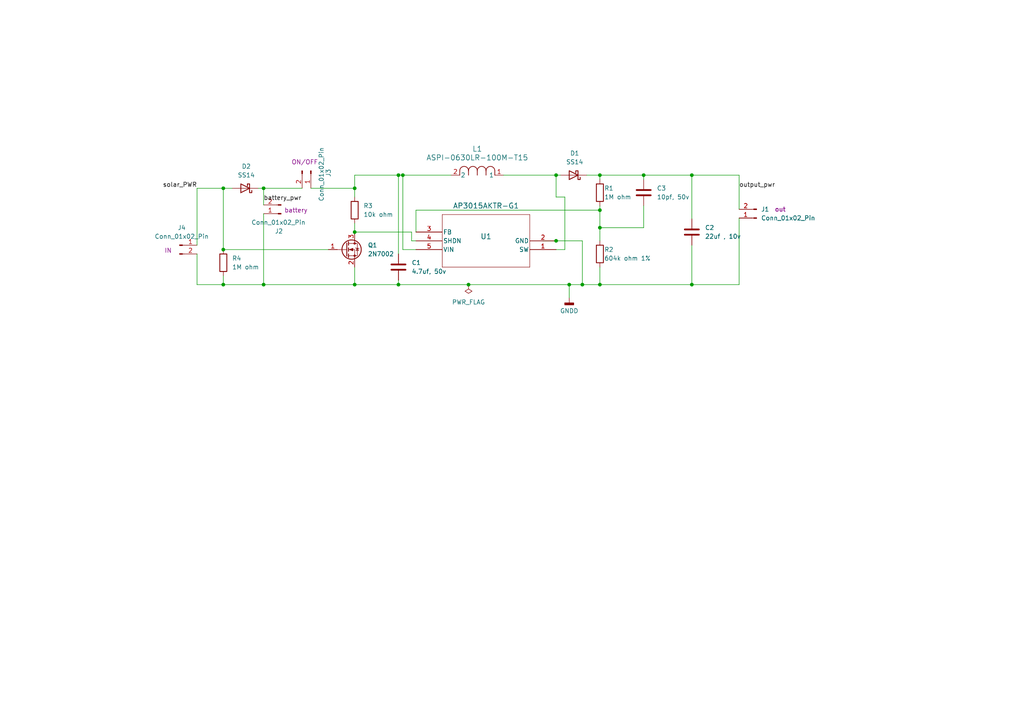
<source format=kicad_sch>
(kicad_sch
	(version 20250114)
	(generator "eeschema")
	(generator_version "9.0")
	(uuid "08d35ab2-7f41-4d88-9102-1fd36e31dc3c")
	(paper "A4")
	(title_block
		(title "abhishek pokhriyal")
		(date "2025-07-22")
		(rev "1")
		(company "solar power supply")
	)
	(lib_symbols
		(symbol "AP3015aktr -g1:AP3015AKTR-G1"
			(pin_names
				(offset 0.254)
			)
			(exclude_from_sim no)
			(in_bom yes)
			(on_board yes)
			(property "Reference" "U1"
				(at 20.32 -3.81 0)
				(effects
					(font
						(size 1.524 1.524)
					)
				)
			)
			(property "Value" "AP3015AKTR-G1"
				(at 20.32 -12.7 0)
				(effects
					(font
						(size 1.524 1.524)
					)
				)
			)
			(property "Footprint" "AP3015aktr -g1:SOT23-5_1P55X2P9_DIO"
				(at 0 0 0)
				(effects
					(font
						(size 1.27 1.27)
						(italic yes)
					)
					(hide yes)
				)
			)
			(property "Datasheet" "AP3015AKTR-G1"
				(at 0 0 0)
				(effects
					(font
						(size 1.27 1.27)
						(italic yes)
					)
					(hide yes)
				)
			)
			(property "Description" ""
				(at 0 0 0)
				(effects
					(font
						(size 1.27 1.27)
					)
					(hide yes)
				)
			)
			(property "ki_locked" ""
				(at 0 0 0)
				(effects
					(font
						(size 1.27 1.27)
					)
				)
			)
			(property "ki_keywords" "AP3015AKTR-G1"
				(at 0 0 0)
				(effects
					(font
						(size 1.27 1.27)
					)
					(hide yes)
				)
			)
			(property "ki_fp_filters" "SOT23-5_1P55X2P9_DIO SOT23-5_1P55X2P9_DIO-M SOT23-5_1P55X2P9_DIO-L"
				(at 0 0 0)
				(effects
					(font
						(size 1.27 1.27)
					)
					(hide yes)
				)
			)
			(symbol "AP3015AKTR-G1_0_1"
				(polyline
					(pts
						(xy 7.62 5.08) (xy 7.62 -10.16)
					)
					(stroke
						(width 0.127)
						(type default)
					)
					(fill
						(type none)
					)
				)
				(polyline
					(pts
						(xy 7.62 -10.16) (xy 33.02 -10.16)
					)
					(stroke
						(width 0.127)
						(type default)
					)
					(fill
						(type none)
					)
				)
				(polyline
					(pts
						(xy 33.02 5.08) (xy 7.62 5.08)
					)
					(stroke
						(width 0.127)
						(type default)
					)
					(fill
						(type none)
					)
				)
				(polyline
					(pts
						(xy 33.02 -10.16) (xy 33.02 5.08)
					)
					(stroke
						(width 0.127)
						(type default)
					)
					(fill
						(type none)
					)
				)
			)
			(symbol "AP3015AKTR-G1_1_1"
				(pin unspecified line
					(at 0 0 0)
					(length 7.62)
					(name "SW"
						(effects
							(font
								(size 1.27 1.27)
							)
						)
					)
					(number "1"
						(effects
							(font
								(size 1.27 1.27)
							)
						)
					)
				)
				(pin unspecified line
					(at 0 -2.54 0)
					(length 7.62)
					(name "GND"
						(effects
							(font
								(size 1.27 1.27)
							)
						)
					)
					(number "2"
						(effects
							(font
								(size 1.27 1.27)
							)
						)
					)
				)
				(pin input line
					(at 40.64 0 180)
					(length 7.62)
					(name "VIN"
						(effects
							(font
								(size 1.27 1.27)
							)
						)
					)
					(number "5"
						(effects
							(font
								(size 1.27 1.27)
							)
						)
					)
				)
				(pin unspecified line
					(at 40.64 -2.54 180)
					(length 7.62)
					(name "SHDN"
						(effects
							(font
								(size 1.27 1.27)
							)
						)
					)
					(number "4"
						(effects
							(font
								(size 1.27 1.27)
							)
						)
					)
				)
				(pin power_out line
					(at 40.64 -5.08 180)
					(length 7.62)
					(name "FB"
						(effects
							(font
								(size 1.27 1.27)
							)
						)
					)
					(number "3"
						(effects
							(font
								(size 1.27 1.27)
							)
						)
					)
				)
			)
			(embedded_fonts no)
		)
		(symbol "Connector:Conn_01x02_Pin"
			(pin_names
				(offset 1.016)
				(hide yes)
			)
			(exclude_from_sim no)
			(in_bom yes)
			(on_board yes)
			(property "Reference" "J"
				(at 0 2.54 0)
				(effects
					(font
						(size 1.27 1.27)
					)
				)
			)
			(property "Value" "Conn_01x02_Pin"
				(at 0 -5.08 0)
				(effects
					(font
						(size 1.27 1.27)
					)
				)
			)
			(property "Footprint" ""
				(at 0 0 0)
				(effects
					(font
						(size 1.27 1.27)
					)
					(hide yes)
				)
			)
			(property "Datasheet" "~"
				(at 0 0 0)
				(effects
					(font
						(size 1.27 1.27)
					)
					(hide yes)
				)
			)
			(property "Description" "Generic connector, single row, 01x02, script generated"
				(at 0 0 0)
				(effects
					(font
						(size 1.27 1.27)
					)
					(hide yes)
				)
			)
			(property "ki_locked" ""
				(at 0 0 0)
				(effects
					(font
						(size 1.27 1.27)
					)
				)
			)
			(property "ki_keywords" "connector"
				(at 0 0 0)
				(effects
					(font
						(size 1.27 1.27)
					)
					(hide yes)
				)
			)
			(property "ki_fp_filters" "Connector*:*_1x??_*"
				(at 0 0 0)
				(effects
					(font
						(size 1.27 1.27)
					)
					(hide yes)
				)
			)
			(symbol "Conn_01x02_Pin_1_1"
				(rectangle
					(start 0.8636 0.127)
					(end 0 -0.127)
					(stroke
						(width 0.1524)
						(type default)
					)
					(fill
						(type outline)
					)
				)
				(rectangle
					(start 0.8636 -2.413)
					(end 0 -2.667)
					(stroke
						(width 0.1524)
						(type default)
					)
					(fill
						(type outline)
					)
				)
				(polyline
					(pts
						(xy 1.27 0) (xy 0.8636 0)
					)
					(stroke
						(width 0.1524)
						(type default)
					)
					(fill
						(type none)
					)
				)
				(polyline
					(pts
						(xy 1.27 -2.54) (xy 0.8636 -2.54)
					)
					(stroke
						(width 0.1524)
						(type default)
					)
					(fill
						(type none)
					)
				)
				(pin passive line
					(at 5.08 0 180)
					(length 3.81)
					(name "Pin_1"
						(effects
							(font
								(size 1.27 1.27)
							)
						)
					)
					(number "1"
						(effects
							(font
								(size 1.27 1.27)
							)
						)
					)
				)
				(pin passive line
					(at 5.08 -2.54 180)
					(length 3.81)
					(name "Pin_2"
						(effects
							(font
								(size 1.27 1.27)
							)
						)
					)
					(number "2"
						(effects
							(font
								(size 1.27 1.27)
							)
						)
					)
				)
			)
			(embedded_fonts no)
		)
		(symbol "Device:C"
			(pin_numbers
				(hide yes)
			)
			(pin_names
				(offset 0.254)
			)
			(exclude_from_sim no)
			(in_bom yes)
			(on_board yes)
			(property "Reference" "C"
				(at 0.635 2.54 0)
				(effects
					(font
						(size 1.27 1.27)
					)
					(justify left)
				)
			)
			(property "Value" "C"
				(at 0.635 -2.54 0)
				(effects
					(font
						(size 1.27 1.27)
					)
					(justify left)
				)
			)
			(property "Footprint" ""
				(at 0.9652 -3.81 0)
				(effects
					(font
						(size 1.27 1.27)
					)
					(hide yes)
				)
			)
			(property "Datasheet" "~"
				(at 0 0 0)
				(effects
					(font
						(size 1.27 1.27)
					)
					(hide yes)
				)
			)
			(property "Description" "Unpolarized capacitor"
				(at 0 0 0)
				(effects
					(font
						(size 1.27 1.27)
					)
					(hide yes)
				)
			)
			(property "ki_keywords" "cap capacitor"
				(at 0 0 0)
				(effects
					(font
						(size 1.27 1.27)
					)
					(hide yes)
				)
			)
			(property "ki_fp_filters" "C_*"
				(at 0 0 0)
				(effects
					(font
						(size 1.27 1.27)
					)
					(hide yes)
				)
			)
			(symbol "C_0_1"
				(polyline
					(pts
						(xy -2.032 0.762) (xy 2.032 0.762)
					)
					(stroke
						(width 0.508)
						(type default)
					)
					(fill
						(type none)
					)
				)
				(polyline
					(pts
						(xy -2.032 -0.762) (xy 2.032 -0.762)
					)
					(stroke
						(width 0.508)
						(type default)
					)
					(fill
						(type none)
					)
				)
			)
			(symbol "C_1_1"
				(pin passive line
					(at 0 3.81 270)
					(length 2.794)
					(name "~"
						(effects
							(font
								(size 1.27 1.27)
							)
						)
					)
					(number "1"
						(effects
							(font
								(size 1.27 1.27)
							)
						)
					)
				)
				(pin passive line
					(at 0 -3.81 90)
					(length 2.794)
					(name "~"
						(effects
							(font
								(size 1.27 1.27)
							)
						)
					)
					(number "2"
						(effects
							(font
								(size 1.27 1.27)
							)
						)
					)
				)
			)
			(embedded_fonts no)
		)
		(symbol "Device:R"
			(pin_numbers
				(hide yes)
			)
			(pin_names
				(offset 0)
			)
			(exclude_from_sim no)
			(in_bom yes)
			(on_board yes)
			(property "Reference" "R"
				(at 2.032 0 90)
				(effects
					(font
						(size 1.27 1.27)
					)
				)
			)
			(property "Value" "R"
				(at 0 0 90)
				(effects
					(font
						(size 1.27 1.27)
					)
				)
			)
			(property "Footprint" ""
				(at -1.778 0 90)
				(effects
					(font
						(size 1.27 1.27)
					)
					(hide yes)
				)
			)
			(property "Datasheet" "~"
				(at 0 0 0)
				(effects
					(font
						(size 1.27 1.27)
					)
					(hide yes)
				)
			)
			(property "Description" "Resistor"
				(at 0 0 0)
				(effects
					(font
						(size 1.27 1.27)
					)
					(hide yes)
				)
			)
			(property "ki_keywords" "R res resistor"
				(at 0 0 0)
				(effects
					(font
						(size 1.27 1.27)
					)
					(hide yes)
				)
			)
			(property "ki_fp_filters" "R_*"
				(at 0 0 0)
				(effects
					(font
						(size 1.27 1.27)
					)
					(hide yes)
				)
			)
			(symbol "R_0_1"
				(rectangle
					(start -1.016 -2.54)
					(end 1.016 2.54)
					(stroke
						(width 0.254)
						(type default)
					)
					(fill
						(type none)
					)
				)
			)
			(symbol "R_1_1"
				(pin passive line
					(at 0 3.81 270)
					(length 1.27)
					(name "~"
						(effects
							(font
								(size 1.27 1.27)
							)
						)
					)
					(number "1"
						(effects
							(font
								(size 1.27 1.27)
							)
						)
					)
				)
				(pin passive line
					(at 0 -3.81 90)
					(length 1.27)
					(name "~"
						(effects
							(font
								(size 1.27 1.27)
							)
						)
					)
					(number "2"
						(effects
							(font
								(size 1.27 1.27)
							)
						)
					)
				)
			)
			(embedded_fonts no)
		)
		(symbol "Diode:SS14"
			(pin_numbers
				(hide yes)
			)
			(pin_names
				(offset 1.016)
				(hide yes)
			)
			(exclude_from_sim no)
			(in_bom yes)
			(on_board yes)
			(property "Reference" "D"
				(at 0 2.54 0)
				(effects
					(font
						(size 1.27 1.27)
					)
				)
			)
			(property "Value" "SS14"
				(at 0 -2.54 0)
				(effects
					(font
						(size 1.27 1.27)
					)
				)
			)
			(property "Footprint" "Diode_SMD:D_SMA"
				(at 0 -4.445 0)
				(effects
					(font
						(size 1.27 1.27)
					)
					(hide yes)
				)
			)
			(property "Datasheet" "https://www.vishay.com/docs/88746/ss12.pdf"
				(at 0 0 0)
				(effects
					(font
						(size 1.27 1.27)
					)
					(hide yes)
				)
			)
			(property "Description" "40V 1A Schottky Diode, SMA"
				(at 0 0 0)
				(effects
					(font
						(size 1.27 1.27)
					)
					(hide yes)
				)
			)
			(property "ki_keywords" "diode Schottky"
				(at 0 0 0)
				(effects
					(font
						(size 1.27 1.27)
					)
					(hide yes)
				)
			)
			(property "ki_fp_filters" "D*SMA*"
				(at 0 0 0)
				(effects
					(font
						(size 1.27 1.27)
					)
					(hide yes)
				)
			)
			(symbol "SS14_0_1"
				(polyline
					(pts
						(xy -1.905 0.635) (xy -1.905 1.27) (xy -1.27 1.27) (xy -1.27 -1.27) (xy -0.635 -1.27) (xy -0.635 -0.635)
					)
					(stroke
						(width 0.254)
						(type default)
					)
					(fill
						(type none)
					)
				)
				(polyline
					(pts
						(xy 1.27 1.27) (xy 1.27 -1.27) (xy -1.27 0) (xy 1.27 1.27)
					)
					(stroke
						(width 0.254)
						(type default)
					)
					(fill
						(type none)
					)
				)
				(polyline
					(pts
						(xy 1.27 0) (xy -1.27 0)
					)
					(stroke
						(width 0)
						(type default)
					)
					(fill
						(type none)
					)
				)
			)
			(symbol "SS14_1_1"
				(pin passive line
					(at -3.81 0 0)
					(length 2.54)
					(name "K"
						(effects
							(font
								(size 1.27 1.27)
							)
						)
					)
					(number "1"
						(effects
							(font
								(size 1.27 1.27)
							)
						)
					)
				)
				(pin passive line
					(at 3.81 0 180)
					(length 2.54)
					(name "A"
						(effects
							(font
								(size 1.27 1.27)
							)
						)
					)
					(number "2"
						(effects
							(font
								(size 1.27 1.27)
							)
						)
					)
				)
			)
			(embedded_fonts no)
		)
		(symbol "Transistor_FET:2N7002"
			(pin_names
				(hide yes)
			)
			(exclude_from_sim no)
			(in_bom yes)
			(on_board yes)
			(property "Reference" "Q"
				(at 5.08 1.905 0)
				(effects
					(font
						(size 1.27 1.27)
					)
					(justify left)
				)
			)
			(property "Value" "2N7002"
				(at 5.08 0 0)
				(effects
					(font
						(size 1.27 1.27)
					)
					(justify left)
				)
			)
			(property "Footprint" "Package_TO_SOT_SMD:SOT-23"
				(at 5.08 -1.905 0)
				(effects
					(font
						(size 1.27 1.27)
						(italic yes)
					)
					(justify left)
					(hide yes)
				)
			)
			(property "Datasheet" "https://www.onsemi.com/pub/Collateral/NDS7002A-D.PDF"
				(at 5.08 -3.81 0)
				(effects
					(font
						(size 1.27 1.27)
					)
					(justify left)
					(hide yes)
				)
			)
			(property "Description" "0.115A Id, 60V Vds, N-Channel MOSFET, SOT-23"
				(at 0 0 0)
				(effects
					(font
						(size 1.27 1.27)
					)
					(hide yes)
				)
			)
			(property "ki_keywords" "N-Channel Switching MOSFET"
				(at 0 0 0)
				(effects
					(font
						(size 1.27 1.27)
					)
					(hide yes)
				)
			)
			(property "ki_fp_filters" "SOT?23*"
				(at 0 0 0)
				(effects
					(font
						(size 1.27 1.27)
					)
					(hide yes)
				)
			)
			(symbol "2N7002_0_1"
				(polyline
					(pts
						(xy 0.254 1.905) (xy 0.254 -1.905)
					)
					(stroke
						(width 0.254)
						(type default)
					)
					(fill
						(type none)
					)
				)
				(polyline
					(pts
						(xy 0.254 0) (xy -2.54 0)
					)
					(stroke
						(width 0)
						(type default)
					)
					(fill
						(type none)
					)
				)
				(polyline
					(pts
						(xy 0.762 2.286) (xy 0.762 1.27)
					)
					(stroke
						(width 0.254)
						(type default)
					)
					(fill
						(type none)
					)
				)
				(polyline
					(pts
						(xy 0.762 0.508) (xy 0.762 -0.508)
					)
					(stroke
						(width 0.254)
						(type default)
					)
					(fill
						(type none)
					)
				)
				(polyline
					(pts
						(xy 0.762 -1.27) (xy 0.762 -2.286)
					)
					(stroke
						(width 0.254)
						(type default)
					)
					(fill
						(type none)
					)
				)
				(polyline
					(pts
						(xy 0.762 -1.778) (xy 3.302 -1.778) (xy 3.302 1.778) (xy 0.762 1.778)
					)
					(stroke
						(width 0)
						(type default)
					)
					(fill
						(type none)
					)
				)
				(polyline
					(pts
						(xy 1.016 0) (xy 2.032 0.381) (xy 2.032 -0.381) (xy 1.016 0)
					)
					(stroke
						(width 0)
						(type default)
					)
					(fill
						(type outline)
					)
				)
				(circle
					(center 1.651 0)
					(radius 2.794)
					(stroke
						(width 0.254)
						(type default)
					)
					(fill
						(type none)
					)
				)
				(polyline
					(pts
						(xy 2.54 2.54) (xy 2.54 1.778)
					)
					(stroke
						(width 0)
						(type default)
					)
					(fill
						(type none)
					)
				)
				(circle
					(center 2.54 1.778)
					(radius 0.254)
					(stroke
						(width 0)
						(type default)
					)
					(fill
						(type outline)
					)
				)
				(circle
					(center 2.54 -1.778)
					(radius 0.254)
					(stroke
						(width 0)
						(type default)
					)
					(fill
						(type outline)
					)
				)
				(polyline
					(pts
						(xy 2.54 -2.54) (xy 2.54 0) (xy 0.762 0)
					)
					(stroke
						(width 0)
						(type default)
					)
					(fill
						(type none)
					)
				)
				(polyline
					(pts
						(xy 2.794 0.508) (xy 2.921 0.381) (xy 3.683 0.381) (xy 3.81 0.254)
					)
					(stroke
						(width 0)
						(type default)
					)
					(fill
						(type none)
					)
				)
				(polyline
					(pts
						(xy 3.302 0.381) (xy 2.921 -0.254) (xy 3.683 -0.254) (xy 3.302 0.381)
					)
					(stroke
						(width 0)
						(type default)
					)
					(fill
						(type none)
					)
				)
			)
			(symbol "2N7002_1_1"
				(pin input line
					(at -5.08 0 0)
					(length 2.54)
					(name "G"
						(effects
							(font
								(size 1.27 1.27)
							)
						)
					)
					(number "1"
						(effects
							(font
								(size 1.27 1.27)
							)
						)
					)
				)
				(pin passive line
					(at 2.54 5.08 270)
					(length 2.54)
					(name "D"
						(effects
							(font
								(size 1.27 1.27)
							)
						)
					)
					(number "3"
						(effects
							(font
								(size 1.27 1.27)
							)
						)
					)
				)
				(pin passive line
					(at 2.54 -5.08 90)
					(length 2.54)
					(name "S"
						(effects
							(font
								(size 1.27 1.27)
							)
						)
					)
					(number "2"
						(effects
							(font
								(size 1.27 1.27)
							)
						)
					)
				)
			)
			(embedded_fonts no)
		)
		(symbol "aspi-0630LR -100M-T15:ASPI-0630LR-100M-T15"
			(pin_names
				(offset 0.254)
			)
			(exclude_from_sim no)
			(in_bom yes)
			(on_board yes)
			(property "Reference" "L1"
				(at 7.62 7.62 0)
				(effects
					(font
						(size 1.524 1.524)
					)
				)
			)
			(property "Value" "ASPI-0630LR-100M-T15"
				(at 7.62 5.08 0)
				(effects
					(font
						(size 1.524 1.524)
					)
				)
			)
			(property "Footprint" "footprints:IND_ASPI-0630LR_ABR"
				(at 0 0 0)
				(effects
					(font
						(size 1.27 1.27)
						(italic yes)
					)
					(hide yes)
				)
			)
			(property "Datasheet" "ASPI-0630LR-100M-T15"
				(at 0 0 0)
				(effects
					(font
						(size 1.27 1.27)
						(italic yes)
					)
					(hide yes)
				)
			)
			(property "Description" ""
				(at 0 0 0)
				(effects
					(font
						(size 1.27 1.27)
					)
					(hide yes)
				)
			)
			(property "ki_locked" ""
				(at 0 0 0)
				(effects
					(font
						(size 1.27 1.27)
					)
				)
			)
			(property "ki_keywords" "ASPI-0630LR-100M-T15"
				(at 0 0 0)
				(effects
					(font
						(size 1.27 1.27)
					)
					(hide yes)
				)
			)
			(property "ki_fp_filters" "IND_ASPI-0630LR_ABR IND_ASPI-0630LR_ABR-M IND_ASPI-0630LR_ABR-L"
				(at 0 0 0)
				(effects
					(font
						(size 1.27 1.27)
					)
					(hide yes)
				)
			)
			(symbol "ASPI-0630LR-100M-T15_1_1"
				(polyline
					(pts
						(xy 2.54 0) (xy 2.54 1.27)
					)
					(stroke
						(width 0.2032)
						(type default)
					)
					(fill
						(type none)
					)
				)
				(arc
					(start 2.54 1.27)
					(mid 3.81 2.5344)
					(end 5.08 1.27)
					(stroke
						(width 0.2032)
						(type default)
					)
					(fill
						(type none)
					)
				)
				(polyline
					(pts
						(xy 5.08 0) (xy 5.08 1.27)
					)
					(stroke
						(width 0.2032)
						(type default)
					)
					(fill
						(type none)
					)
				)
				(arc
					(start 5.08 1.27)
					(mid 6.35 2.5344)
					(end 7.62 1.27)
					(stroke
						(width 0.2032)
						(type default)
					)
					(fill
						(type none)
					)
				)
				(polyline
					(pts
						(xy 7.62 0) (xy 7.62 1.27)
					)
					(stroke
						(width 0.2032)
						(type default)
					)
					(fill
						(type none)
					)
				)
				(arc
					(start 7.62 1.27)
					(mid 8.89 2.5344)
					(end 10.16 1.27)
					(stroke
						(width 0.2032)
						(type default)
					)
					(fill
						(type none)
					)
				)
				(polyline
					(pts
						(xy 10.16 0) (xy 10.16 1.27)
					)
					(stroke
						(width 0.2032)
						(type default)
					)
					(fill
						(type none)
					)
				)
				(arc
					(start 10.16 1.27)
					(mid 11.43 2.5344)
					(end 12.7 1.27)
					(stroke
						(width 0.2032)
						(type default)
					)
					(fill
						(type none)
					)
				)
				(polyline
					(pts
						(xy 12.7 0) (xy 12.7 1.27)
					)
					(stroke
						(width 0.2032)
						(type default)
					)
					(fill
						(type none)
					)
				)
				(pin unspecified line
					(at 0 0 0)
					(length 2.54)
					(name "2"
						(effects
							(font
								(size 1.27 1.27)
							)
						)
					)
					(number "2"
						(effects
							(font
								(size 1.27 1.27)
							)
						)
					)
				)
				(pin passive line
					(at 15.24 0 180)
					(length 2.54)
					(name "1"
						(effects
							(font
								(size 1.27 1.27)
							)
						)
					)
					(number "1"
						(effects
							(font
								(size 1.27 1.27)
							)
						)
					)
				)
			)
			(symbol "ASPI-0630LR-100M-T15_1_2"
				(arc
					(start -1.27 10.16)
					(mid -2.5344 11.43)
					(end -1.27 12.7)
					(stroke
						(width 0.2032)
						(type default)
					)
					(fill
						(type none)
					)
				)
				(arc
					(start -1.27 7.62)
					(mid -2.5344 8.89)
					(end -1.27 10.16)
					(stroke
						(width 0.2032)
						(type default)
					)
					(fill
						(type none)
					)
				)
				(arc
					(start -1.27 5.08)
					(mid -2.5344 6.35)
					(end -1.27 7.62)
					(stroke
						(width 0.2032)
						(type default)
					)
					(fill
						(type none)
					)
				)
				(arc
					(start -1.27 2.54)
					(mid -2.5344 3.81)
					(end -1.27 5.08)
					(stroke
						(width 0.2032)
						(type default)
					)
					(fill
						(type none)
					)
				)
				(polyline
					(pts
						(xy 0 12.7) (xy -1.27 12.7)
					)
					(stroke
						(width 0.2032)
						(type default)
					)
					(fill
						(type none)
					)
				)
				(polyline
					(pts
						(xy 0 10.16) (xy -1.27 10.16)
					)
					(stroke
						(width 0.2032)
						(type default)
					)
					(fill
						(type none)
					)
				)
				(polyline
					(pts
						(xy 0 7.62) (xy -1.27 7.62)
					)
					(stroke
						(width 0.2032)
						(type default)
					)
					(fill
						(type none)
					)
				)
				(polyline
					(pts
						(xy 0 5.08) (xy -1.27 5.08)
					)
					(stroke
						(width 0.2032)
						(type default)
					)
					(fill
						(type none)
					)
				)
				(polyline
					(pts
						(xy 0 2.54) (xy -1.27 2.54)
					)
					(stroke
						(width 0.2032)
						(type default)
					)
					(fill
						(type none)
					)
				)
				(pin unspecified line
					(at 0 15.24 270)
					(length 2.54)
					(name "1"
						(effects
							(font
								(size 1.27 1.27)
							)
						)
					)
					(number "1"
						(effects
							(font
								(size 1.27 1.27)
							)
						)
					)
				)
				(pin unspecified line
					(at 0 0 90)
					(length 2.54)
					(name "2"
						(effects
							(font
								(size 1.27 1.27)
							)
						)
					)
					(number "2"
						(effects
							(font
								(size 1.27 1.27)
							)
						)
					)
				)
			)
			(embedded_fonts no)
		)
		(symbol "power:GNDD"
			(power)
			(pin_numbers
				(hide yes)
			)
			(pin_names
				(offset 0)
				(hide yes)
			)
			(exclude_from_sim no)
			(in_bom yes)
			(on_board yes)
			(property "Reference" "#PWR"
				(at 0 -6.35 0)
				(effects
					(font
						(size 1.27 1.27)
					)
					(hide yes)
				)
			)
			(property "Value" "GNDD"
				(at 0 -3.175 0)
				(effects
					(font
						(size 1.27 1.27)
					)
				)
			)
			(property "Footprint" ""
				(at 0 0 0)
				(effects
					(font
						(size 1.27 1.27)
					)
					(hide yes)
				)
			)
			(property "Datasheet" ""
				(at 0 0 0)
				(effects
					(font
						(size 1.27 1.27)
					)
					(hide yes)
				)
			)
			(property "Description" "Power symbol creates a global label with name \"GNDD\" , digital ground"
				(at 0 0 0)
				(effects
					(font
						(size 1.27 1.27)
					)
					(hide yes)
				)
			)
			(property "ki_keywords" "global power"
				(at 0 0 0)
				(effects
					(font
						(size 1.27 1.27)
					)
					(hide yes)
				)
			)
			(symbol "GNDD_0_1"
				(rectangle
					(start -1.27 -1.524)
					(end 1.27 -2.032)
					(stroke
						(width 0.254)
						(type default)
					)
					(fill
						(type outline)
					)
				)
				(polyline
					(pts
						(xy 0 0) (xy 0 -1.524)
					)
					(stroke
						(width 0)
						(type default)
					)
					(fill
						(type none)
					)
				)
			)
			(symbol "GNDD_1_1"
				(pin power_in line
					(at 0 0 270)
					(length 0)
					(name "~"
						(effects
							(font
								(size 1.27 1.27)
							)
						)
					)
					(number "1"
						(effects
							(font
								(size 1.27 1.27)
							)
						)
					)
				)
			)
			(embedded_fonts no)
		)
		(symbol "power:PWR_FLAG"
			(power)
			(pin_numbers
				(hide yes)
			)
			(pin_names
				(offset 0)
				(hide yes)
			)
			(exclude_from_sim no)
			(in_bom yes)
			(on_board yes)
			(property "Reference" "#FLG"
				(at 0 1.905 0)
				(effects
					(font
						(size 1.27 1.27)
					)
					(hide yes)
				)
			)
			(property "Value" "PWR_FLAG"
				(at 0 3.81 0)
				(effects
					(font
						(size 1.27 1.27)
					)
				)
			)
			(property "Footprint" ""
				(at 0 0 0)
				(effects
					(font
						(size 1.27 1.27)
					)
					(hide yes)
				)
			)
			(property "Datasheet" "~"
				(at 0 0 0)
				(effects
					(font
						(size 1.27 1.27)
					)
					(hide yes)
				)
			)
			(property "Description" "Special symbol for telling ERC where power comes from"
				(at 0 0 0)
				(effects
					(font
						(size 1.27 1.27)
					)
					(hide yes)
				)
			)
			(property "ki_keywords" "flag power"
				(at 0 0 0)
				(effects
					(font
						(size 1.27 1.27)
					)
					(hide yes)
				)
			)
			(symbol "PWR_FLAG_0_0"
				(pin power_out line
					(at 0 0 90)
					(length 0)
					(name "~"
						(effects
							(font
								(size 1.27 1.27)
							)
						)
					)
					(number "1"
						(effects
							(font
								(size 1.27 1.27)
							)
						)
					)
				)
			)
			(symbol "PWR_FLAG_0_1"
				(polyline
					(pts
						(xy 0 0) (xy 0 1.27) (xy -1.016 1.905) (xy 0 2.54) (xy 1.016 1.905) (xy 0 1.27)
					)
					(stroke
						(width 0)
						(type default)
					)
					(fill
						(type none)
					)
				)
			)
			(embedded_fonts no)
		)
	)
	(junction
		(at 200.66 82.55)
		(diameter 0)
		(color 0 0 0 0)
		(uuid "0200b47f-b1f3-48d4-b154-bf5be588d31d")
	)
	(junction
		(at 115.57 82.55)
		(diameter 0)
		(color 0 0 0 0)
		(uuid "028de47b-e7ff-4c58-851d-3eb4bc79f01b")
	)
	(junction
		(at 102.87 82.55)
		(diameter 0)
		(color 0 0 0 0)
		(uuid "0e02adc8-1b3d-4ac0-be07-d8cfe5be052f")
	)
	(junction
		(at 64.77 82.55)
		(diameter 0)
		(color 0 0 0 0)
		(uuid "11026f6e-beff-47c3-824a-1ce029d469a2")
	)
	(junction
		(at 161.29 69.85)
		(diameter 0)
		(color 0 0 0 0)
		(uuid "2894a797-cad7-46e8-a45c-54637e99a7e0")
	)
	(junction
		(at 115.57 50.8)
		(diameter 0)
		(color 0 0 0 0)
		(uuid "30470f10-26f7-47b2-a441-35bbc95888ed")
	)
	(junction
		(at 76.454 82.55)
		(diameter 0)
		(color 0 0 0 0)
		(uuid "328024df-2f84-4c06-bfd4-d88444a45338")
	)
	(junction
		(at 173.99 82.55)
		(diameter 0)
		(color 0 0 0 0)
		(uuid "4ff32b88-8cb2-4f90-bb73-a347bcf3f4c9")
	)
	(junction
		(at 173.99 66.04)
		(diameter 0)
		(color 0 0 0 0)
		(uuid "6147a34f-ddba-431f-b015-23270b52c5a3")
	)
	(junction
		(at 116.84 50.8)
		(diameter 0)
		(color 0 0 0 0)
		(uuid "6223a822-2cf3-4966-a0ba-c578464848d3")
	)
	(junction
		(at 173.99 60.96)
		(diameter 0)
		(color 0 0 0 0)
		(uuid "6e88be9a-2b3c-4af6-9d0b-22cf32af0c54")
	)
	(junction
		(at 76.454 54.61)
		(diameter 0)
		(color 0 0 0 0)
		(uuid "72e0638f-8ad4-4f42-9ea4-1ed58744d2e3")
	)
	(junction
		(at 102.87 54.61)
		(diameter 0)
		(color 0 0 0 0)
		(uuid "7657211f-7c9d-40ec-b688-4ffb86f12e4e")
	)
	(junction
		(at 135.89 82.55)
		(diameter 0)
		(color 0 0 0 0)
		(uuid "869006c6-76c5-4c08-8288-fe16755dbf54")
	)
	(junction
		(at 161.29 50.8)
		(diameter 0)
		(color 0 0 0 0)
		(uuid "9b08f9f2-3870-4b60-96b9-c26d3ef91cb3")
	)
	(junction
		(at 173.99 50.8)
		(diameter 0)
		(color 0 0 0 0)
		(uuid "9bfd68d3-b120-4f27-b58f-639b22977c02")
	)
	(junction
		(at 165.1 82.55)
		(diameter 0)
		(color 0 0 0 0)
		(uuid "a2f4440a-97d8-4577-9ac2-26d786cbfaad")
	)
	(junction
		(at 186.69 50.8)
		(diameter 0)
		(color 0 0 0 0)
		(uuid "b1c28487-74f1-447b-9fbf-4b92d5ceed51")
	)
	(junction
		(at 64.77 72.39)
		(diameter 0)
		(color 0 0 0 0)
		(uuid "e2fd7ca8-c686-40f6-a2a3-d6e0fb50f827")
	)
	(junction
		(at 168.91 82.55)
		(diameter 0)
		(color 0 0 0 0)
		(uuid "e9956774-6005-4ae8-9998-9b0ec79cd20e")
	)
	(junction
		(at 64.77 54.61)
		(diameter 0)
		(color 0 0 0 0)
		(uuid "faadccfd-dec7-43a9-b90c-8680daf20bee")
	)
	(junction
		(at 102.87 67.31)
		(diameter 0)
		(color 0 0 0 0)
		(uuid "fdabf05b-38c5-4be5-949c-2e9716336719")
	)
	(junction
		(at 200.66 50.8)
		(diameter 0)
		(color 0 0 0 0)
		(uuid "ff6814c2-da60-4b41-b369-706d8ea00578")
	)
	(wire
		(pts
			(xy 173.99 52.07) (xy 173.99 50.8)
		)
		(stroke
			(width 0)
			(type default)
		)
		(uuid "0190d2b7-d8c8-4a7e-8134-a32c3fd96b7c")
	)
	(wire
		(pts
			(xy 116.84 50.8) (xy 116.84 72.39)
		)
		(stroke
			(width 0)
			(type default)
		)
		(uuid "0210657e-e93d-4a95-bc55-b83b05fed614")
	)
	(wire
		(pts
			(xy 186.69 66.04) (xy 173.99 66.04)
		)
		(stroke
			(width 0)
			(type default)
		)
		(uuid "05e777b8-4003-40f9-a0fd-a391eba41057")
	)
	(wire
		(pts
			(xy 186.69 50.8) (xy 200.66 50.8)
		)
		(stroke
			(width 0)
			(type default)
		)
		(uuid "07129244-0660-4b54-8ee3-485a0cbc0262")
	)
	(wire
		(pts
			(xy 119.38 67.31) (xy 102.87 67.31)
		)
		(stroke
			(width 0)
			(type default)
		)
		(uuid "0deeb318-59c5-4ede-8ebd-b7d5038d200c")
	)
	(wire
		(pts
			(xy 214.376 63.246) (xy 214.376 82.55)
		)
		(stroke
			(width 0)
			(type default)
		)
		(uuid "0ec5adee-7db1-4d83-8090-9a9ccd9df598")
	)
	(wire
		(pts
			(xy 120.65 60.96) (xy 173.99 60.96)
		)
		(stroke
			(width 0)
			(type default)
		)
		(uuid "12126ef8-22b5-4af6-b6e7-58c17d7a5987")
	)
	(wire
		(pts
			(xy 173.99 66.04) (xy 173.99 69.85)
		)
		(stroke
			(width 0)
			(type default)
		)
		(uuid "155cbd17-9256-48f1-b62a-7f4d41b202fa")
	)
	(wire
		(pts
			(xy 173.99 50.8) (xy 186.69 50.8)
		)
		(stroke
			(width 0)
			(type default)
		)
		(uuid "1e664d11-71ec-4db4-961c-f456e191a30a")
	)
	(wire
		(pts
			(xy 168.91 69.85) (xy 161.29 69.85)
		)
		(stroke
			(width 0)
			(type default)
		)
		(uuid "1f8faa89-ea6d-49b2-b482-92196ddd6cef")
	)
	(wire
		(pts
			(xy 102.87 77.47) (xy 102.87 82.55)
		)
		(stroke
			(width 0)
			(type default)
		)
		(uuid "29af417a-0679-4884-91f3-c58eab57c55a")
	)
	(wire
		(pts
			(xy 214.376 82.55) (xy 200.66 82.55)
		)
		(stroke
			(width 0)
			(type default)
		)
		(uuid "2fabe8f2-2692-4011-949c-47aa60750da5")
	)
	(wire
		(pts
			(xy 146.05 50.8) (xy 161.29 50.8)
		)
		(stroke
			(width 0)
			(type default)
		)
		(uuid "31c641ae-df82-44c1-97c5-40003fdb9a28")
	)
	(wire
		(pts
			(xy 57.15 82.55) (xy 64.77 82.55)
		)
		(stroke
			(width 0)
			(type default)
		)
		(uuid "3ad9acec-075b-4f42-b3c2-6e6582483533")
	)
	(wire
		(pts
			(xy 135.89 82.55) (xy 165.1 82.55)
		)
		(stroke
			(width 0)
			(type default)
		)
		(uuid "430f000a-f7dd-4d49-8ee0-ba7d013ba86b")
	)
	(wire
		(pts
			(xy 102.87 50.8) (xy 115.57 50.8)
		)
		(stroke
			(width 0)
			(type default)
		)
		(uuid "43710350-9859-41f6-97aa-3f5c56950fdd")
	)
	(wire
		(pts
			(xy 102.87 64.77) (xy 102.87 67.31)
		)
		(stroke
			(width 0)
			(type default)
		)
		(uuid "490dd06b-9802-4708-8d2c-6a864fa67cbb")
	)
	(wire
		(pts
			(xy 120.65 67.31) (xy 120.65 60.96)
		)
		(stroke
			(width 0)
			(type default)
		)
		(uuid "4f1ca128-f72e-41c7-bc44-b65169010b78")
	)
	(wire
		(pts
			(xy 64.77 72.39) (xy 95.25 72.39)
		)
		(stroke
			(width 0)
			(type default)
		)
		(uuid "51890eab-73ac-4fe9-b9c9-ee226a7f0aed")
	)
	(wire
		(pts
			(xy 74.93 54.61) (xy 76.454 54.61)
		)
		(stroke
			(width 0)
			(type default)
		)
		(uuid "52478053-1515-4443-9c6d-36ccc63d03e0")
	)
	(wire
		(pts
			(xy 173.99 59.69) (xy 173.99 60.96)
		)
		(stroke
			(width 0)
			(type default)
		)
		(uuid "5399ec07-9a98-430c-bb00-619b77ee4211")
	)
	(wire
		(pts
			(xy 64.77 54.61) (xy 64.77 72.39)
		)
		(stroke
			(width 0)
			(type default)
		)
		(uuid "54239466-97fc-4c4c-8b63-8a7b86f8f082")
	)
	(wire
		(pts
			(xy 102.87 82.55) (xy 76.454 82.55)
		)
		(stroke
			(width 0)
			(type default)
		)
		(uuid "570cbccc-8fbf-47d6-93e4-a90c6c95685c")
	)
	(wire
		(pts
			(xy 200.66 71.12) (xy 200.66 82.55)
		)
		(stroke
			(width 0)
			(type default)
		)
		(uuid "5c5f49a8-9c39-43a8-9889-ada6c1d4bfca")
	)
	(wire
		(pts
			(xy 157.48 69.85) (xy 161.29 69.85)
		)
		(stroke
			(width 0)
			(type default)
		)
		(uuid "5ce556d8-d15a-4c61-94d8-e26b02ede15f")
	)
	(wire
		(pts
			(xy 102.87 54.61) (xy 102.87 50.8)
		)
		(stroke
			(width 0)
			(type default)
		)
		(uuid "64016c2d-78fa-4442-950a-fc185cd9030b")
	)
	(wire
		(pts
			(xy 186.69 52.07) (xy 186.69 50.8)
		)
		(stroke
			(width 0)
			(type default)
		)
		(uuid "6634d93f-5d2a-49e6-93f0-dae6f0ac9784")
	)
	(wire
		(pts
			(xy 119.38 69.85) (xy 119.38 67.31)
		)
		(stroke
			(width 0)
			(type default)
		)
		(uuid "67315c2a-8579-4152-ac09-58ff74c3811f")
	)
	(wire
		(pts
			(xy 163.83 72.39) (xy 163.83 57.15)
		)
		(stroke
			(width 0)
			(type default)
		)
		(uuid "67c97d27-a37c-41e8-9972-305eb57fbe41")
	)
	(wire
		(pts
			(xy 163.83 57.15) (xy 161.29 57.15)
		)
		(stroke
			(width 0)
			(type default)
		)
		(uuid "703280f0-cbe3-4e8b-9f44-8a610cd51c7b")
	)
	(wire
		(pts
			(xy 200.66 63.5) (xy 200.66 50.8)
		)
		(stroke
			(width 0)
			(type default)
		)
		(uuid "740a0e5f-9359-418f-8cf1-8125afdbcfdc")
	)
	(wire
		(pts
			(xy 120.65 72.39) (xy 116.84 72.39)
		)
		(stroke
			(width 0)
			(type default)
		)
		(uuid "7444bf29-786e-419f-bbb5-154d81114e09")
	)
	(wire
		(pts
			(xy 186.69 66.04) (xy 186.69 59.69)
		)
		(stroke
			(width 0)
			(type default)
		)
		(uuid "7486c9c4-2ddb-402c-8656-7761bcc35531")
	)
	(wire
		(pts
			(xy 168.91 69.85) (xy 168.91 82.55)
		)
		(stroke
			(width 0)
			(type default)
		)
		(uuid "78941eef-d226-44e5-b2a6-3f4c3f033933")
	)
	(wire
		(pts
			(xy 116.84 50.8) (xy 130.81 50.8)
		)
		(stroke
			(width 0)
			(type default)
		)
		(uuid "794d56af-dc39-42d3-934c-0249d11c2243")
	)
	(wire
		(pts
			(xy 168.91 82.55) (xy 165.1 82.55)
		)
		(stroke
			(width 0)
			(type default)
		)
		(uuid "8049dce6-13f6-4091-ad23-91bd921a70da")
	)
	(wire
		(pts
			(xy 173.99 82.55) (xy 168.91 82.55)
		)
		(stroke
			(width 0)
			(type default)
		)
		(uuid "8158d4f2-7004-453a-86d3-5b57896c03ac")
	)
	(wire
		(pts
			(xy 115.57 81.28) (xy 115.57 82.55)
		)
		(stroke
			(width 0)
			(type default)
		)
		(uuid "86bcbba8-e202-40cd-ad26-04c6558a42cf")
	)
	(wire
		(pts
			(xy 165.1 86.36) (xy 165.1 82.55)
		)
		(stroke
			(width 0)
			(type default)
		)
		(uuid "8900a426-ff7c-4e02-bdf6-a1692072be47")
	)
	(wire
		(pts
			(xy 214.376 60.706) (xy 214.376 50.8)
		)
		(stroke
			(width 0)
			(type default)
		)
		(uuid "8c32f8a9-c9ec-489c-be21-68a9ab6788c7")
	)
	(wire
		(pts
			(xy 102.87 54.61) (xy 102.87 57.15)
		)
		(stroke
			(width 0)
			(type default)
		)
		(uuid "8dd9f1df-8616-4fa8-8f89-abf53d2e3710")
	)
	(wire
		(pts
			(xy 115.57 82.55) (xy 135.89 82.55)
		)
		(stroke
			(width 0)
			(type default)
		)
		(uuid "8dda05a6-3189-4c08-a487-d77f88e843e5")
	)
	(wire
		(pts
			(xy 90.17 54.61) (xy 102.87 54.61)
		)
		(stroke
			(width 0)
			(type default)
		)
		(uuid "964052a4-dfdb-4478-b150-25995df65ab6")
	)
	(wire
		(pts
			(xy 76.454 54.61) (xy 87.63 54.61)
		)
		(stroke
			(width 0)
			(type default)
		)
		(uuid "9b7e501a-a315-453d-b58c-42bd1e14637a")
	)
	(wire
		(pts
			(xy 173.99 77.47) (xy 173.99 82.55)
		)
		(stroke
			(width 0)
			(type default)
		)
		(uuid "a71b3b85-9302-4107-81c8-e0a81ac659c6")
	)
	(wire
		(pts
			(xy 161.29 50.8) (xy 162.56 50.8)
		)
		(stroke
			(width 0)
			(type default)
		)
		(uuid "b29de853-5d85-4484-819c-422175ccb401")
	)
	(wire
		(pts
			(xy 161.29 57.15) (xy 161.29 50.8)
		)
		(stroke
			(width 0)
			(type default)
		)
		(uuid "b475a40f-2324-46df-99e3-5ff0c5571afb")
	)
	(wire
		(pts
			(xy 115.57 50.8) (xy 116.84 50.8)
		)
		(stroke
			(width 0)
			(type default)
		)
		(uuid "c1feb5e3-d4c9-4f68-93f4-bcc992db9817")
	)
	(wire
		(pts
			(xy 57.15 73.66) (xy 57.15 82.55)
		)
		(stroke
			(width 0)
			(type default)
		)
		(uuid "c58f5957-6e82-4944-b1c5-bdd395c640f9")
	)
	(wire
		(pts
			(xy 76.454 54.61) (xy 76.454 59.436)
		)
		(stroke
			(width 0)
			(type default)
		)
		(uuid "c7c96246-4c10-4d81-af68-2d1bdf5678cd")
	)
	(wire
		(pts
			(xy 200.66 82.55) (xy 173.99 82.55)
		)
		(stroke
			(width 0)
			(type default)
		)
		(uuid "cc8bdd53-2a40-4ed3-b836-54c63f72b5d5")
	)
	(wire
		(pts
			(xy 173.99 60.96) (xy 173.99 66.04)
		)
		(stroke
			(width 0)
			(type default)
		)
		(uuid "d53b59c3-56f2-45ca-a9da-3a013f161582")
	)
	(wire
		(pts
			(xy 115.57 82.55) (xy 102.87 82.55)
		)
		(stroke
			(width 0)
			(type default)
		)
		(uuid "d69911b8-0c0a-4792-96ac-a091d1a90f3b")
	)
	(wire
		(pts
			(xy 170.18 50.8) (xy 173.99 50.8)
		)
		(stroke
			(width 0)
			(type default)
		)
		(uuid "da753872-95cf-4cd5-89a9-22184088cd59")
	)
	(wire
		(pts
			(xy 76.454 61.976) (xy 76.454 82.55)
		)
		(stroke
			(width 0)
			(type default)
		)
		(uuid "df1f25fd-aadd-40de-93b3-d1ee84ceaba6")
	)
	(wire
		(pts
			(xy 119.38 69.85) (xy 120.65 69.85)
		)
		(stroke
			(width 0)
			(type default)
		)
		(uuid "e1e6a1f7-9f1b-4d8c-933b-6ad5ddae3b10")
	)
	(wire
		(pts
			(xy 161.29 72.39) (xy 163.83 72.39)
		)
		(stroke
			(width 0)
			(type default)
		)
		(uuid "e493b64d-e822-426f-8365-f63d80e6265e")
	)
	(wire
		(pts
			(xy 115.57 50.8) (xy 115.57 73.66)
		)
		(stroke
			(width 0)
			(type default)
		)
		(uuid "ed3f8def-6eef-4281-a20d-d7c00b9d500b")
	)
	(wire
		(pts
			(xy 64.77 82.55) (xy 76.454 82.55)
		)
		(stroke
			(width 0)
			(type default)
		)
		(uuid "efadca79-d2ac-42ea-ad94-a01a4a0a5f7e")
	)
	(wire
		(pts
			(xy 57.15 71.12) (xy 57.15 54.61)
		)
		(stroke
			(width 0)
			(type default)
		)
		(uuid "f0ef12de-20aa-4d7a-a133-0ac9ce769717")
	)
	(wire
		(pts
			(xy 64.77 54.61) (xy 67.31 54.61)
		)
		(stroke
			(width 0)
			(type default)
		)
		(uuid "f171423c-30ed-445b-803d-dc417ae29eb1")
	)
	(wire
		(pts
			(xy 64.77 82.55) (xy 64.77 80.01)
		)
		(stroke
			(width 0)
			(type default)
		)
		(uuid "f61e651b-2b34-4126-963e-147622082ae6")
	)
	(wire
		(pts
			(xy 214.376 50.8) (xy 200.66 50.8)
		)
		(stroke
			(width 0)
			(type default)
		)
		(uuid "f93b03d5-6fe1-44f1-932a-4396ae5a4da2")
	)
	(wire
		(pts
			(xy 57.15 54.61) (xy 64.77 54.61)
		)
		(stroke
			(width 0)
			(type default)
		)
		(uuid "fce45fcb-e37f-4ea9-84bc-bd37635e496a")
	)
	(label "solar_PWR"
		(at 57.15 54.61 180)
		(effects
			(font
				(size 1.27 1.27)
			)
			(justify right bottom)
		)
		(uuid "78f2d3cc-ee38-4b37-884d-c59354877101")
	)
	(label "output_pwr"
		(at 214.376 54.61 0)
		(effects
			(font
				(size 1.27 1.27)
			)
			(justify left bottom)
		)
		(uuid "80411551-d4f1-4e64-b986-cf6a2f4f955f")
	)
	(label "battery_pwr"
		(at 76.454 58.42 0)
		(effects
			(font
				(size 1.27 1.27)
			)
			(justify left bottom)
		)
		(uuid "8f941a20-24b5-45bb-9e09-8841026abe9b")
	)
	(symbol
		(lib_id "Diode:SS14")
		(at 71.12 54.61 180)
		(unit 1)
		(exclude_from_sim no)
		(in_bom yes)
		(on_board yes)
		(dnp no)
		(fields_autoplaced yes)
		(uuid "0129af0f-9595-4b39-900f-3d634dfdcb35")
		(property "Reference" "D2"
			(at 71.4375 48.26 0)
			(effects
				(font
					(size 1.27 1.27)
				)
			)
		)
		(property "Value" "SS14"
			(at 71.4375 50.8 0)
			(effects
				(font
					(size 1.27 1.27)
				)
			)
		)
		(property "Footprint" "Diode_SMD:D_SMA"
			(at 71.12 50.165 0)
			(effects
				(font
					(size 1.27 1.27)
				)
				(hide yes)
			)
		)
		(property "Datasheet" "https://www.vishay.com/docs/88746/ss12.pdf"
			(at 71.12 54.61 0)
			(effects
				(font
					(size 1.27 1.27)
				)
				(hide yes)
			)
		)
		(property "Description" "40V 1A Schottky Diode, SMA"
			(at 71.12 54.61 0)
			(effects
				(font
					(size 1.27 1.27)
				)
				(hide yes)
			)
		)
		(property "short description" ""
			(at 71.12 54.61 0)
			(effects
				(font
					(size 1.27 1.27)
				)
				(hide yes)
			)
		)
		(pin "1"
			(uuid "c968ab43-68f4-403a-87db-aa47311c2929")
		)
		(pin "2"
			(uuid "525c00b6-0b32-4c32-9999-8dd469216e82")
		)
		(instances
			(project "solar proj"
				(path "/08d35ab2-7f41-4d88-9102-1fd36e31dc3c"
					(reference "D2")
					(unit 1)
				)
			)
		)
	)
	(symbol
		(lib_id "Device:R")
		(at 102.87 60.96 0)
		(unit 1)
		(exclude_from_sim no)
		(in_bom yes)
		(on_board yes)
		(dnp no)
		(fields_autoplaced yes)
		(uuid "0a11ec43-02c4-408d-b66a-9f1610e0aa25")
		(property "Reference" "R3"
			(at 105.41 59.6899 0)
			(effects
				(font
					(size 1.27 1.27)
				)
				(justify left)
			)
		)
		(property "Value" "10k ohm"
			(at 105.41 62.2299 0)
			(effects
				(font
					(size 1.27 1.27)
				)
				(justify left)
			)
		)
		(property "Footprint" "Resistor_SMD:R_0805_2012Metric_Pad1.20x1.40mm_HandSolder"
			(at 101.092 60.96 90)
			(effects
				(font
					(size 1.27 1.27)
				)
				(hide yes)
			)
		)
		(property "Datasheet" "~"
			(at 102.87 60.96 0)
			(effects
				(font
					(size 1.27 1.27)
				)
				(hide yes)
			)
		)
		(property "Description" "Resistor"
			(at 102.87 60.96 0)
			(effects
				(font
					(size 1.27 1.27)
				)
				(hide yes)
			)
		)
		(property "short description" ""
			(at 102.87 60.96 0)
			(effects
				(font
					(size 1.27 1.27)
				)
				(hide yes)
			)
		)
		(pin "1"
			(uuid "a6a46b85-9ee1-4b87-af6f-5989a6e208c5")
		)
		(pin "2"
			(uuid "44be1658-cce5-40c3-a9ba-a27e4112d793")
		)
		(instances
			(project "solar proj"
				(path "/08d35ab2-7f41-4d88-9102-1fd36e31dc3c"
					(reference "R3")
					(unit 1)
				)
			)
		)
	)
	(symbol
		(lib_id "AP3015aktr -g1:AP3015AKTR-G1")
		(at 161.29 72.39 180)
		(unit 1)
		(exclude_from_sim no)
		(in_bom yes)
		(on_board yes)
		(dnp no)
		(uuid "11a040d1-1467-4a60-9e31-7fce031b5759")
		(property "Reference" "U1"
			(at 140.97 68.58 0)
			(effects
				(font
					(size 1.524 1.524)
				)
			)
		)
		(property "Value" "AP3015AKTR-G1"
			(at 140.97 59.69 0)
			(effects
				(font
					(size 1.524 1.524)
				)
			)
		)
		(property "Footprint" "AP3015aktr -g1:SOT23-5_1P55X2P9_DIO"
			(at 161.29 72.39 0)
			(effects
				(font
					(size 1.27 1.27)
					(italic yes)
				)
				(hide yes)
			)
		)
		(property "Datasheet" "AP3015AKTR-G1"
			(at 161.29 72.39 0)
			(effects
				(font
					(size 1.27 1.27)
					(italic yes)
				)
				(hide yes)
			)
		)
		(property "Description" ""
			(at 161.29 72.39 0)
			(effects
				(font
					(size 1.27 1.27)
				)
				(hide yes)
			)
		)
		(property "short description" ""
			(at 161.29 72.39 0)
			(effects
				(font
					(size 1.27 1.27)
				)
				(hide yes)
			)
		)
		(pin "1"
			(uuid "49192227-f34a-4b08-8154-5d065419a5c6")
		)
		(pin "5"
			(uuid "5b287d54-299a-4c2d-aff5-f968f7307b6f")
		)
		(pin "2"
			(uuid "8877d3e5-dc5a-4a84-851a-891b91f6b8dc")
		)
		(pin "3"
			(uuid "67a8ee91-72f1-4a9f-bebe-951a377df537")
		)
		(pin "4"
			(uuid "64f29b4a-e5b1-458e-9ac8-0488116e9ee9")
		)
		(instances
			(project ""
				(path "/08d35ab2-7f41-4d88-9102-1fd36e31dc3c"
					(reference "U1")
					(unit 1)
				)
			)
		)
	)
	(symbol
		(lib_id "Diode:SS14")
		(at 166.37 50.8 180)
		(unit 1)
		(exclude_from_sim no)
		(in_bom yes)
		(on_board yes)
		(dnp no)
		(fields_autoplaced yes)
		(uuid "1201a187-a8fa-444d-b034-11b97b7e3d16")
		(property "Reference" "D1"
			(at 166.6875 44.45 0)
			(effects
				(font
					(size 1.27 1.27)
				)
			)
		)
		(property "Value" "SS14"
			(at 166.6875 46.99 0)
			(effects
				(font
					(size 1.27 1.27)
				)
			)
		)
		(property "Footprint" "Diode_SMD:D_SMA"
			(at 166.37 46.355 0)
			(effects
				(font
					(size 1.27 1.27)
				)
				(hide yes)
			)
		)
		(property "Datasheet" "https://www.vishay.com/docs/88746/ss12.pdf"
			(at 166.37 50.8 0)
			(effects
				(font
					(size 1.27 1.27)
				)
				(hide yes)
			)
		)
		(property "Description" "40V 1A Schottky Diode, SMA"
			(at 166.37 50.8 0)
			(effects
				(font
					(size 1.27 1.27)
				)
				(hide yes)
			)
		)
		(property "short description" ""
			(at 166.37 50.8 0)
			(effects
				(font
					(size 1.27 1.27)
				)
				(hide yes)
			)
		)
		(pin "1"
			(uuid "9f500a87-c2b3-4d3f-8b38-2480579735ae")
		)
		(pin "2"
			(uuid "05307f2d-5633-4343-b81b-ade3805d9c05")
		)
		(instances
			(project ""
				(path "/08d35ab2-7f41-4d88-9102-1fd36e31dc3c"
					(reference "D1")
					(unit 1)
				)
			)
		)
	)
	(symbol
		(lib_id "Transistor_FET:2N7002")
		(at 100.33 72.39 0)
		(unit 1)
		(exclude_from_sim no)
		(in_bom yes)
		(on_board yes)
		(dnp no)
		(fields_autoplaced yes)
		(uuid "2b43bfbd-af8b-4a62-85ae-95cf57b7d2b7")
		(property "Reference" "Q1"
			(at 106.68 71.1199 0)
			(effects
				(font
					(size 1.27 1.27)
				)
				(justify left)
			)
		)
		(property "Value" "2N7002"
			(at 106.68 73.6599 0)
			(effects
				(font
					(size 1.27 1.27)
				)
				(justify left)
			)
		)
		(property "Footprint" "Package_TO_SOT_SMD:SOT-23"
			(at 105.41 74.295 0)
			(effects
				(font
					(size 1.27 1.27)
					(italic yes)
				)
				(justify left)
				(hide yes)
			)
		)
		(property "Datasheet" "https://www.onsemi.com/pub/Collateral/NDS7002A-D.PDF"
			(at 105.41 76.2 0)
			(effects
				(font
					(size 1.27 1.27)
				)
				(justify left)
				(hide yes)
			)
		)
		(property "Description" "0.115A Id, 60V Vds, N-Channel MOSFET, SOT-23"
			(at 100.33 72.39 0)
			(effects
				(font
					(size 1.27 1.27)
				)
				(hide yes)
			)
		)
		(property "short description" ""
			(at 100.33 72.39 0)
			(effects
				(font
					(size 1.27 1.27)
				)
				(hide yes)
			)
		)
		(pin "3"
			(uuid "6ff98167-e4ff-44f2-a00a-c53b9e9b908c")
		)
		(pin "2"
			(uuid "99483fde-24f6-4298-8780-f00873ed1e8a")
		)
		(pin "1"
			(uuid "7cc3c38a-fb26-496e-bb02-c488bb307795")
		)
		(instances
			(project ""
				(path "/08d35ab2-7f41-4d88-9102-1fd36e31dc3c"
					(reference "Q1")
					(unit 1)
				)
			)
		)
	)
	(symbol
		(lib_id "power:GNDD")
		(at 165.1 86.36 0)
		(unit 1)
		(exclude_from_sim no)
		(in_bom yes)
		(on_board yes)
		(dnp no)
		(fields_autoplaced yes)
		(uuid "3c0dacb8-aa10-4203-9d98-68cb1a37eb87")
		(property "Reference" "#PWR01"
			(at 165.1 92.71 0)
			(effects
				(font
					(size 1.27 1.27)
				)
				(hide yes)
			)
		)
		(property "Value" "GNDD"
			(at 165.1 90.17 0)
			(effects
				(font
					(size 1.27 1.27)
				)
			)
		)
		(property "Footprint" ""
			(at 165.1 86.36 0)
			(effects
				(font
					(size 1.27 1.27)
				)
				(hide yes)
			)
		)
		(property "Datasheet" ""
			(at 165.1 86.36 0)
			(effects
				(font
					(size 1.27 1.27)
				)
				(hide yes)
			)
		)
		(property "Description" "Power symbol creates a global label with name \"GNDD\" , digital ground"
			(at 165.1 86.36 0)
			(effects
				(font
					(size 1.27 1.27)
				)
				(hide yes)
			)
		)
		(pin "1"
			(uuid "5d05943c-2a78-459e-a939-de7c3242e3bf")
		)
		(instances
			(project ""
				(path "/08d35ab2-7f41-4d88-9102-1fd36e31dc3c"
					(reference "#PWR01")
					(unit 1)
				)
			)
		)
	)
	(symbol
		(lib_id "Connector:Conn_01x02_Pin")
		(at 52.07 71.12 0)
		(unit 1)
		(exclude_from_sim no)
		(in_bom yes)
		(on_board yes)
		(dnp no)
		(uuid "48fbd535-9411-4f50-92a9-f0c5aa3b5790")
		(property "Reference" "J4"
			(at 52.705 66.04 0)
			(effects
				(font
					(size 1.27 1.27)
				)
			)
		)
		(property "Value" "Conn_01x02_Pin"
			(at 52.705 68.58 0)
			(effects
				(font
					(size 1.27 1.27)
				)
			)
		)
		(property "Footprint" "Connector_PinSocket_2.54mm:PinSocket_1x02_P2.54mm_Vertical"
			(at 52.07 71.12 0)
			(effects
				(font
					(size 1.27 1.27)
				)
				(hide yes)
			)
		)
		(property "Datasheet" "~"
			(at 52.07 71.12 0)
			(effects
				(font
					(size 1.27 1.27)
				)
				(hide yes)
			)
		)
		(property "Description" "Generic connector, single row, 01x02, script generated"
			(at 52.07 71.12 0)
			(effects
				(font
					(size 1.27 1.27)
				)
				(hide yes)
			)
		)
		(property "short description" "IN"
			(at 48.768 72.644 0)
			(effects
				(font
					(size 1.27 1.27)
				)
			)
		)
		(pin "1"
			(uuid "5634cfe0-3900-49a7-9bb1-bff2c498660b")
		)
		(pin "2"
			(uuid "5bd58d31-2bc2-4015-8bb0-0b551df53e47")
		)
		(instances
			(project "solar proj"
				(path "/08d35ab2-7f41-4d88-9102-1fd36e31dc3c"
					(reference "J4")
					(unit 1)
				)
			)
		)
	)
	(symbol
		(lib_id "power:PWR_FLAG")
		(at 135.89 82.55 180)
		(unit 1)
		(exclude_from_sim no)
		(in_bom yes)
		(on_board yes)
		(dnp no)
		(fields_autoplaced yes)
		(uuid "4c7b21c5-68a7-457e-898b-0aa40d304ccb")
		(property "Reference" "#FLG01"
			(at 135.89 84.455 0)
			(effects
				(font
					(size 1.27 1.27)
				)
				(hide yes)
			)
		)
		(property "Value" "PWR_FLAG"
			(at 135.89 87.63 0)
			(effects
				(font
					(size 1.27 1.27)
				)
			)
		)
		(property "Footprint" ""
			(at 135.89 82.55 0)
			(effects
				(font
					(size 1.27 1.27)
				)
				(hide yes)
			)
		)
		(property "Datasheet" "~"
			(at 135.89 82.55 0)
			(effects
				(font
					(size 1.27 1.27)
				)
				(hide yes)
			)
		)
		(property "Description" "Special symbol for telling ERC where power comes from"
			(at 135.89 82.55 0)
			(effects
				(font
					(size 1.27 1.27)
				)
				(hide yes)
			)
		)
		(pin "1"
			(uuid "f1b9be49-89e1-4d4c-a48c-8c9d66a3595e")
		)
		(instances
			(project ""
				(path "/08d35ab2-7f41-4d88-9102-1fd36e31dc3c"
					(reference "#FLG01")
					(unit 1)
				)
			)
		)
	)
	(symbol
		(lib_id "Device:C")
		(at 115.57 77.47 0)
		(unit 1)
		(exclude_from_sim no)
		(in_bom yes)
		(on_board yes)
		(dnp no)
		(fields_autoplaced yes)
		(uuid "511168a3-ef69-4b85-8a4f-60e81e46ded7")
		(property "Reference" "C1"
			(at 119.38 76.1999 0)
			(effects
				(font
					(size 1.27 1.27)
				)
				(justify left)
			)
		)
		(property "Value" "4.7uf, 50v"
			(at 119.38 78.7399 0)
			(effects
				(font
					(size 1.27 1.27)
				)
				(justify left)
			)
		)
		(property "Footprint" "Capacitor_SMD:C_0805_2012Metric_Pad1.18x1.45mm_HandSolder"
			(at 116.5352 81.28 0)
			(effects
				(font
					(size 1.27 1.27)
				)
				(hide yes)
			)
		)
		(property "Datasheet" "~"
			(at 115.57 77.47 0)
			(effects
				(font
					(size 1.27 1.27)
				)
				(hide yes)
			)
		)
		(property "Description" "Unpolarized capacitor"
			(at 115.57 77.47 0)
			(effects
				(font
					(size 1.27 1.27)
				)
				(hide yes)
			)
		)
		(property "short description" ""
			(at 115.57 77.47 0)
			(effects
				(font
					(size 1.27 1.27)
				)
				(hide yes)
			)
		)
		(pin "2"
			(uuid "a4c706c1-078e-464f-af4c-08850c5628e3")
		)
		(pin "1"
			(uuid "03e35cbb-77d4-49cf-b138-4149cbd5e5f1")
		)
		(instances
			(project ""
				(path "/08d35ab2-7f41-4d88-9102-1fd36e31dc3c"
					(reference "C1")
					(unit 1)
				)
			)
		)
	)
	(symbol
		(lib_id "aspi-0630LR -100M-T15:ASPI-0630LR-100M-T15")
		(at 130.81 50.8 0)
		(unit 1)
		(exclude_from_sim no)
		(in_bom yes)
		(on_board yes)
		(dnp no)
		(fields_autoplaced yes)
		(uuid "56793517-0ddb-4b16-9b2d-e99710588a6b")
		(property "Reference" "L1"
			(at 138.43 43.18 0)
			(effects
				(font
					(size 1.524 1.524)
				)
			)
		)
		(property "Value" "ASPI-0630LR-100M-T15"
			(at 138.43 45.72 0)
			(effects
				(font
					(size 1.524 1.524)
				)
			)
		)
		(property "Footprint" "footprints:IND_ASPI-0630LR_ABR"
			(at 130.81 50.8 0)
			(effects
				(font
					(size 1.27 1.27)
					(italic yes)
				)
				(hide yes)
			)
		)
		(property "Datasheet" "ASPI-0630LR-100M-T15"
			(at 130.81 50.8 0)
			(effects
				(font
					(size 1.27 1.27)
					(italic yes)
				)
				(hide yes)
			)
		)
		(property "Description" ""
			(at 130.81 50.8 0)
			(effects
				(font
					(size 1.27 1.27)
				)
				(hide yes)
			)
		)
		(property "short description" ""
			(at 130.81 50.8 0)
			(effects
				(font
					(size 1.27 1.27)
				)
				(hide yes)
			)
		)
		(pin "1"
			(uuid "bc972070-926e-4b91-9293-0c94f325a91d")
		)
		(pin "2"
			(uuid "6649ba99-174c-4c8b-b3c1-74ba1b20b1ae")
		)
		(instances
			(project ""
				(path "/08d35ab2-7f41-4d88-9102-1fd36e31dc3c"
					(reference "L1")
					(unit 1)
				)
			)
		)
	)
	(symbol
		(lib_id "Connector:Conn_01x02_Pin")
		(at 90.17 49.53 270)
		(unit 1)
		(exclude_from_sim no)
		(in_bom yes)
		(on_board yes)
		(dnp no)
		(uuid "68eed8af-4477-4215-b456-b5683f88e525")
		(property "Reference" "J3"
			(at 95.25 50.165 0)
			(effects
				(font
					(size 1.27 1.27)
				)
			)
		)
		(property "Value" "Conn_01x02_Pin"
			(at 93.218 50.546 0)
			(effects
				(font
					(size 1.27 1.27)
				)
			)
		)
		(property "Footprint" "Connector_PinSocket_2.54mm:PinSocket_1x02_P2.54mm_Vertical"
			(at 90.17 49.53 0)
			(effects
				(font
					(size 1.27 1.27)
				)
				(hide yes)
			)
		)
		(property "Datasheet" "~"
			(at 90.17 49.53 0)
			(effects
				(font
					(size 1.27 1.27)
				)
				(hide yes)
			)
		)
		(property "Description" "Generic connector, single row, 01x02, script generated"
			(at 90.17 49.53 0)
			(effects
				(font
					(size 1.27 1.27)
				)
				(hide yes)
			)
		)
		(property "short description" "ON/OFF"
			(at 88.392 46.99 90)
			(effects
				(font
					(size 1.27 1.27)
				)
			)
		)
		(pin "1"
			(uuid "f8677604-1388-4fa8-b774-2b3bb077980d")
		)
		(pin "2"
			(uuid "620ae602-957e-4df8-81bb-c52897760e7b")
		)
		(instances
			(project "solar proj"
				(path "/08d35ab2-7f41-4d88-9102-1fd36e31dc3c"
					(reference "J3")
					(unit 1)
				)
			)
		)
	)
	(symbol
		(lib_id "Connector:Conn_01x02_Pin")
		(at 81.534 61.976 180)
		(unit 1)
		(exclude_from_sim no)
		(in_bom yes)
		(on_board yes)
		(dnp no)
		(uuid "8c29c50c-0ca4-4397-8fa3-1704b98135bd")
		(property "Reference" "J2"
			(at 80.899 67.056 0)
			(effects
				(font
					(size 1.27 1.27)
				)
			)
		)
		(property "Value" "Conn_01x02_Pin"
			(at 80.772 64.516 0)
			(effects
				(font
					(size 1.27 1.27)
				)
			)
		)
		(property "Footprint" "Connector_PinSocket_2.54mm:PinSocket_1x02_P2.54mm_Vertical"
			(at 81.534 61.976 0)
			(effects
				(font
					(size 1.27 1.27)
				)
				(hide yes)
			)
		)
		(property "Datasheet" "~"
			(at 81.534 61.976 0)
			(effects
				(font
					(size 1.27 1.27)
				)
				(hide yes)
			)
		)
		(property "Description" "Generic connector, single row, 01x02, script generated"
			(at 81.534 61.976 0)
			(effects
				(font
					(size 1.27 1.27)
				)
				(hide yes)
			)
		)
		(property "short description" "battery"
			(at 85.852 60.96 0)
			(effects
				(font
					(size 1.27 1.27)
				)
			)
		)
		(pin "1"
			(uuid "84d8c1f8-beff-46d8-beb2-736d1ef71bfc")
		)
		(pin "2"
			(uuid "ec581ab1-270b-4324-9e1e-f76fb0c3641f")
		)
		(instances
			(project "solar proj"
				(path "/08d35ab2-7f41-4d88-9102-1fd36e31dc3c"
					(reference "J2")
					(unit 1)
				)
			)
		)
	)
	(symbol
		(lib_id "Device:C")
		(at 186.69 55.88 0)
		(unit 1)
		(exclude_from_sim no)
		(in_bom yes)
		(on_board yes)
		(dnp no)
		(fields_autoplaced yes)
		(uuid "95c0034a-f600-44f7-a889-bdcff849d989")
		(property "Reference" "C3"
			(at 190.5 54.6099 0)
			(effects
				(font
					(size 1.27 1.27)
				)
				(justify left)
			)
		)
		(property "Value" "10pf, 50v"
			(at 190.5 57.1499 0)
			(effects
				(font
					(size 1.27 1.27)
				)
				(justify left)
			)
		)
		(property "Footprint" "Capacitor_SMD:C_0805_2012Metric_Pad1.18x1.45mm_HandSolder"
			(at 187.6552 59.69 0)
			(effects
				(font
					(size 1.27 1.27)
				)
				(hide yes)
			)
		)
		(property "Datasheet" "~"
			(at 186.69 55.88 0)
			(effects
				(font
					(size 1.27 1.27)
				)
				(hide yes)
			)
		)
		(property "Description" "Unpolarized capacitor"
			(at 186.69 55.88 0)
			(effects
				(font
					(size 1.27 1.27)
				)
				(hide yes)
			)
		)
		(property "short description" ""
			(at 186.69 55.88 0)
			(effects
				(font
					(size 1.27 1.27)
				)
				(hide yes)
			)
		)
		(pin "2"
			(uuid "553c7589-f112-42fc-b0d9-7124e3b8ae34")
		)
		(pin "1"
			(uuid "40e9d24a-ca6b-4262-8b0b-d07608a5b892")
		)
		(instances
			(project "solar proj"
				(path "/08d35ab2-7f41-4d88-9102-1fd36e31dc3c"
					(reference "C3")
					(unit 1)
				)
			)
		)
	)
	(symbol
		(lib_id "Device:R")
		(at 64.77 76.2 0)
		(unit 1)
		(exclude_from_sim no)
		(in_bom yes)
		(on_board yes)
		(dnp no)
		(fields_autoplaced yes)
		(uuid "a765729b-9d83-46b9-9b19-6db30ebd9f32")
		(property "Reference" "R4"
			(at 67.31 74.9299 0)
			(effects
				(font
					(size 1.27 1.27)
				)
				(justify left)
			)
		)
		(property "Value" "1M ohm"
			(at 67.31 77.4699 0)
			(effects
				(font
					(size 1.27 1.27)
				)
				(justify left)
			)
		)
		(property "Footprint" "Resistor_SMD:R_0805_2012Metric_Pad1.20x1.40mm_HandSolder"
			(at 62.992 76.2 90)
			(effects
				(font
					(size 1.27 1.27)
				)
				(hide yes)
			)
		)
		(property "Datasheet" "~"
			(at 64.77 76.2 0)
			(effects
				(font
					(size 1.27 1.27)
				)
				(hide yes)
			)
		)
		(property "Description" "Resistor"
			(at 64.77 76.2 0)
			(effects
				(font
					(size 1.27 1.27)
				)
				(hide yes)
			)
		)
		(property "short description" ""
			(at 64.77 76.2 0)
			(effects
				(font
					(size 1.27 1.27)
				)
				(hide yes)
			)
		)
		(pin "1"
			(uuid "ce4f4cdb-0592-45c2-844e-b047cf7ebf38")
		)
		(pin "2"
			(uuid "84b2c828-b075-4d96-a1b9-2824f7740534")
		)
		(instances
			(project "solar proj"
				(path "/08d35ab2-7f41-4d88-9102-1fd36e31dc3c"
					(reference "R4")
					(unit 1)
				)
			)
		)
	)
	(symbol
		(lib_id "Device:R")
		(at 173.99 55.88 0)
		(unit 1)
		(exclude_from_sim no)
		(in_bom yes)
		(on_board yes)
		(dnp no)
		(uuid "b301b8d6-b133-43b4-b979-d6be9b37b4a5")
		(property "Reference" "R1"
			(at 175.26 54.6099 0)
			(effects
				(font
					(size 1.27 1.27)
				)
				(justify left)
			)
		)
		(property "Value" "1M ohm"
			(at 175.26 57.1499 0)
			(effects
				(font
					(size 1.27 1.27)
				)
				(justify left)
			)
		)
		(property "Footprint" "Resistor_SMD:R_0805_2012Metric_Pad1.20x1.40mm_HandSolder"
			(at 172.212 55.88 90)
			(effects
				(font
					(size 1.27 1.27)
				)
				(hide yes)
			)
		)
		(property "Datasheet" "~"
			(at 173.99 55.88 0)
			(effects
				(font
					(size 1.27 1.27)
				)
				(hide yes)
			)
		)
		(property "Description" "Resistor"
			(at 173.99 55.88 0)
			(effects
				(font
					(size 1.27 1.27)
				)
				(hide yes)
			)
		)
		(property "short description" ""
			(at 173.99 55.88 0)
			(effects
				(font
					(size 1.27 1.27)
				)
				(hide yes)
			)
		)
		(pin "1"
			(uuid "32625ef7-3445-455e-8e3b-7f3523549d57")
		)
		(pin "2"
			(uuid "9703057e-8d3c-4add-afe5-153b7979be60")
		)
		(instances
			(project ""
				(path "/08d35ab2-7f41-4d88-9102-1fd36e31dc3c"
					(reference "R1")
					(unit 1)
				)
			)
		)
	)
	(symbol
		(lib_id "Device:C")
		(at 200.66 67.31 0)
		(unit 1)
		(exclude_from_sim no)
		(in_bom yes)
		(on_board yes)
		(dnp no)
		(fields_autoplaced yes)
		(uuid "b7637b02-7102-4e22-93e0-a63a9c6232ab")
		(property "Reference" "C2"
			(at 204.47 66.0399 0)
			(effects
				(font
					(size 1.27 1.27)
				)
				(justify left)
			)
		)
		(property "Value" "22uf , 10v"
			(at 204.47 68.5799 0)
			(effects
				(font
					(size 1.27 1.27)
				)
				(justify left)
			)
		)
		(property "Footprint" "Capacitor_SMD:C_1206_3216Metric_Pad1.33x1.80mm_HandSolder"
			(at 201.6252 71.12 0)
			(effects
				(font
					(size 1.27 1.27)
				)
				(hide yes)
			)
		)
		(property "Datasheet" "~"
			(at 200.66 67.31 0)
			(effects
				(font
					(size 1.27 1.27)
				)
				(hide yes)
			)
		)
		(property "Description" "Unpolarized capacitor"
			(at 200.66 67.31 0)
			(effects
				(font
					(size 1.27 1.27)
				)
				(hide yes)
			)
		)
		(property "short description" ""
			(at 200.66 67.31 0)
			(effects
				(font
					(size 1.27 1.27)
				)
				(hide yes)
			)
		)
		(pin "2"
			(uuid "db10329a-504c-4419-9804-a1f4b48a3784")
		)
		(pin "1"
			(uuid "32c170bb-b012-4d46-a71b-cab6f20e1350")
		)
		(instances
			(project "solar proj"
				(path "/08d35ab2-7f41-4d88-9102-1fd36e31dc3c"
					(reference "C2")
					(unit 1)
				)
			)
		)
	)
	(symbol
		(lib_id "Connector:Conn_01x02_Pin")
		(at 219.456 63.246 180)
		(unit 1)
		(exclude_from_sim no)
		(in_bom yes)
		(on_board yes)
		(dnp no)
		(uuid "c210e130-b9ba-483a-946c-01977b88b4f7")
		(property "Reference" "J1"
			(at 220.726 60.7059 0)
			(effects
				(font
					(size 1.27 1.27)
				)
				(justify right)
			)
		)
		(property "Value" "Conn_01x02_Pin"
			(at 220.726 63.2459 0)
			(effects
				(font
					(size 1.27 1.27)
				)
				(justify right)
			)
		)
		(property "Footprint" "Connector_PinSocket_2.54mm:PinSocket_1x02_P2.54mm_Vertical"
			(at 219.456 63.246 0)
			(effects
				(font
					(size 1.27 1.27)
				)
				(hide yes)
			)
		)
		(property "Datasheet" "~"
			(at 219.456 63.246 0)
			(effects
				(font
					(size 1.27 1.27)
				)
				(hide yes)
			)
		)
		(property "Description" "Generic connector, single row, 01x02, script generated"
			(at 219.456 63.246 0)
			(effects
				(font
					(size 1.27 1.27)
				)
				(hide yes)
			)
		)
		(property "short description" "out"
			(at 226.314 60.706 0)
			(effects
				(font
					(size 1.27 1.27)
				)
			)
		)
		(pin "1"
			(uuid "a495af6d-a763-4f3d-827d-28fc8bd0a97c")
		)
		(pin "2"
			(uuid "8abbb8a7-ddaa-4462-ae87-ec9733fb9020")
		)
		(instances
			(project ""
				(path "/08d35ab2-7f41-4d88-9102-1fd36e31dc3c"
					(reference "J1")
					(unit 1)
				)
			)
		)
	)
	(symbol
		(lib_id "Device:R")
		(at 173.99 73.66 0)
		(unit 1)
		(exclude_from_sim no)
		(in_bom yes)
		(on_board yes)
		(dnp no)
		(uuid "cf1ecfd7-a94c-4e15-a0cb-1103be0c4643")
		(property "Reference" "R2"
			(at 175.26 72.3899 0)
			(effects
				(font
					(size 1.27 1.27)
				)
				(justify left)
			)
		)
		(property "Value" "604k ohm 1%"
			(at 175.26 74.9299 0)
			(effects
				(font
					(size 1.27 1.27)
				)
				(justify left)
			)
		)
		(property "Footprint" "Resistor_SMD:R_0805_2012Metric_Pad1.20x1.40mm_HandSolder"
			(at 172.212 73.66 90)
			(effects
				(font
					(size 1.27 1.27)
				)
				(hide yes)
			)
		)
		(property "Datasheet" "~"
			(at 173.99 73.66 0)
			(effects
				(font
					(size 1.27 1.27)
				)
				(hide yes)
			)
		)
		(property "Description" "Resistor"
			(at 173.99 73.66 0)
			(effects
				(font
					(size 1.27 1.27)
				)
				(hide yes)
			)
		)
		(property "short description" ""
			(at 173.99 73.66 0)
			(effects
				(font
					(size 1.27 1.27)
				)
				(hide yes)
			)
		)
		(pin "1"
			(uuid "7cce6aa7-77d9-4fc1-bbc5-1eb0b7958d7d")
		)
		(pin "2"
			(uuid "64f13db8-851b-4310-b156-7e8a03b9c46d")
		)
		(instances
			(project ""
				(path "/08d35ab2-7f41-4d88-9102-1fd36e31dc3c"
					(reference "R2")
					(unit 1)
				)
			)
		)
	)
	(sheet_instances
		(path "/"
			(page "1")
		)
	)
	(embedded_fonts no)
)

</source>
